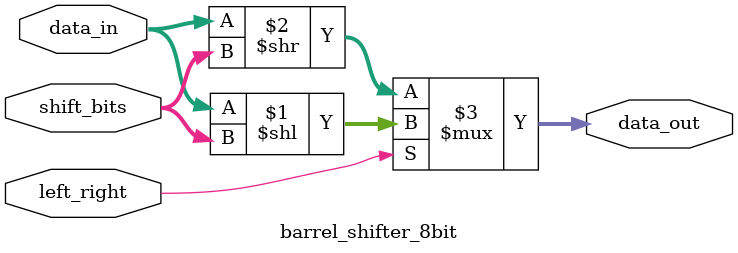
<source format=sv>
module barrel_shifter_8bit(input [7:0]data_in,input [2:0] shift_bits, input left_right, output [7:0]data_out);
assign data_out = left_right ? (data_in << shift_bits) : (data_in >> shift_bits);
endmodule
  
</source>
